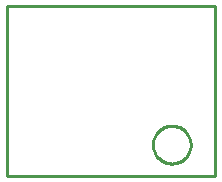
<source format=gko>
G04 EAGLE Gerber RS-274X export*
G75*
%MOMM*%
%FSLAX34Y34*%
%LPD*%
%INMechanical*%
%IPPOS*%
%AMOC8*
5,1,8,0,0,1.08239X$1,22.5*%
G01*
%ADD10C,0.000000*%
%ADD11C,0.254000*%


D10*
X0Y0D02*
X176330Y0D01*
X176330Y144020D01*
X0Y144020D01*
X0Y0D01*
X123700Y26670D02*
X123705Y27063D01*
X123719Y27455D01*
X123743Y27847D01*
X123777Y28238D01*
X123820Y28629D01*
X123873Y29018D01*
X123936Y29405D01*
X124007Y29791D01*
X124089Y30176D01*
X124179Y30558D01*
X124280Y30937D01*
X124389Y31315D01*
X124508Y31689D01*
X124635Y32060D01*
X124772Y32428D01*
X124918Y32793D01*
X125073Y33154D01*
X125236Y33511D01*
X125408Y33864D01*
X125589Y34212D01*
X125779Y34556D01*
X125976Y34896D01*
X126182Y35230D01*
X126396Y35559D01*
X126619Y35883D01*
X126849Y36201D01*
X127086Y36514D01*
X127332Y36820D01*
X127585Y37121D01*
X127845Y37415D01*
X128112Y37703D01*
X128386Y37984D01*
X128667Y38258D01*
X128955Y38525D01*
X129249Y38785D01*
X129550Y39038D01*
X129856Y39284D01*
X130169Y39521D01*
X130487Y39751D01*
X130811Y39974D01*
X131140Y40188D01*
X131474Y40394D01*
X131814Y40591D01*
X132158Y40781D01*
X132506Y40962D01*
X132859Y41134D01*
X133216Y41297D01*
X133577Y41452D01*
X133942Y41598D01*
X134310Y41735D01*
X134681Y41862D01*
X135055Y41981D01*
X135433Y42090D01*
X135812Y42191D01*
X136194Y42281D01*
X136579Y42363D01*
X136965Y42434D01*
X137352Y42497D01*
X137741Y42550D01*
X138132Y42593D01*
X138523Y42627D01*
X138915Y42651D01*
X139307Y42665D01*
X139700Y42670D01*
X140093Y42665D01*
X140485Y42651D01*
X140877Y42627D01*
X141268Y42593D01*
X141659Y42550D01*
X142048Y42497D01*
X142435Y42434D01*
X142821Y42363D01*
X143206Y42281D01*
X143588Y42191D01*
X143967Y42090D01*
X144345Y41981D01*
X144719Y41862D01*
X145090Y41735D01*
X145458Y41598D01*
X145823Y41452D01*
X146184Y41297D01*
X146541Y41134D01*
X146894Y40962D01*
X147242Y40781D01*
X147586Y40591D01*
X147926Y40394D01*
X148260Y40188D01*
X148589Y39974D01*
X148913Y39751D01*
X149231Y39521D01*
X149544Y39284D01*
X149850Y39038D01*
X150151Y38785D01*
X150445Y38525D01*
X150733Y38258D01*
X151014Y37984D01*
X151288Y37703D01*
X151555Y37415D01*
X151815Y37121D01*
X152068Y36820D01*
X152314Y36514D01*
X152551Y36201D01*
X152781Y35883D01*
X153004Y35559D01*
X153218Y35230D01*
X153424Y34896D01*
X153621Y34556D01*
X153811Y34212D01*
X153992Y33864D01*
X154164Y33511D01*
X154327Y33154D01*
X154482Y32793D01*
X154628Y32428D01*
X154765Y32060D01*
X154892Y31689D01*
X155011Y31315D01*
X155120Y30937D01*
X155221Y30558D01*
X155311Y30176D01*
X155393Y29791D01*
X155464Y29405D01*
X155527Y29018D01*
X155580Y28629D01*
X155623Y28238D01*
X155657Y27847D01*
X155681Y27455D01*
X155695Y27063D01*
X155700Y26670D01*
X155695Y26277D01*
X155681Y25885D01*
X155657Y25493D01*
X155623Y25102D01*
X155580Y24711D01*
X155527Y24322D01*
X155464Y23935D01*
X155393Y23549D01*
X155311Y23164D01*
X155221Y22782D01*
X155120Y22403D01*
X155011Y22025D01*
X154892Y21651D01*
X154765Y21280D01*
X154628Y20912D01*
X154482Y20547D01*
X154327Y20186D01*
X154164Y19829D01*
X153992Y19476D01*
X153811Y19128D01*
X153621Y18784D01*
X153424Y18444D01*
X153218Y18110D01*
X153004Y17781D01*
X152781Y17457D01*
X152551Y17139D01*
X152314Y16826D01*
X152068Y16520D01*
X151815Y16219D01*
X151555Y15925D01*
X151288Y15637D01*
X151014Y15356D01*
X150733Y15082D01*
X150445Y14815D01*
X150151Y14555D01*
X149850Y14302D01*
X149544Y14056D01*
X149231Y13819D01*
X148913Y13589D01*
X148589Y13366D01*
X148260Y13152D01*
X147926Y12946D01*
X147586Y12749D01*
X147242Y12559D01*
X146894Y12378D01*
X146541Y12206D01*
X146184Y12043D01*
X145823Y11888D01*
X145458Y11742D01*
X145090Y11605D01*
X144719Y11478D01*
X144345Y11359D01*
X143967Y11250D01*
X143588Y11149D01*
X143206Y11059D01*
X142821Y10977D01*
X142435Y10906D01*
X142048Y10843D01*
X141659Y10790D01*
X141268Y10747D01*
X140877Y10713D01*
X140485Y10689D01*
X140093Y10675D01*
X139700Y10670D01*
X139307Y10675D01*
X138915Y10689D01*
X138523Y10713D01*
X138132Y10747D01*
X137741Y10790D01*
X137352Y10843D01*
X136965Y10906D01*
X136579Y10977D01*
X136194Y11059D01*
X135812Y11149D01*
X135433Y11250D01*
X135055Y11359D01*
X134681Y11478D01*
X134310Y11605D01*
X133942Y11742D01*
X133577Y11888D01*
X133216Y12043D01*
X132859Y12206D01*
X132506Y12378D01*
X132158Y12559D01*
X131814Y12749D01*
X131474Y12946D01*
X131140Y13152D01*
X130811Y13366D01*
X130487Y13589D01*
X130169Y13819D01*
X129856Y14056D01*
X129550Y14302D01*
X129249Y14555D01*
X128955Y14815D01*
X128667Y15082D01*
X128386Y15356D01*
X128112Y15637D01*
X127845Y15925D01*
X127585Y16219D01*
X127332Y16520D01*
X127086Y16826D01*
X126849Y17139D01*
X126619Y17457D01*
X126396Y17781D01*
X126182Y18110D01*
X125976Y18444D01*
X125779Y18784D01*
X125589Y19128D01*
X125408Y19476D01*
X125236Y19829D01*
X125073Y20186D01*
X124918Y20547D01*
X124772Y20912D01*
X124635Y21280D01*
X124508Y21651D01*
X124389Y22025D01*
X124280Y22403D01*
X124179Y22782D01*
X124089Y23164D01*
X124007Y23549D01*
X123936Y23935D01*
X123873Y24322D01*
X123820Y24711D01*
X123777Y25102D01*
X123743Y25493D01*
X123719Y25885D01*
X123705Y26277D01*
X123700Y26670D01*
D11*
X0Y0D02*
X176330Y0D01*
X176330Y144020D01*
X0Y144020D01*
X0Y0D01*
X155700Y26146D02*
X155632Y25101D01*
X155495Y24062D01*
X155290Y23035D01*
X155019Y22023D01*
X154683Y21031D01*
X154282Y20063D01*
X153818Y19124D01*
X153295Y18216D01*
X152713Y17345D01*
X152075Y16514D01*
X151384Y15727D01*
X150643Y14986D01*
X149856Y14295D01*
X149025Y13658D01*
X148154Y13076D01*
X147246Y12552D01*
X146307Y12088D01*
X145339Y11687D01*
X144347Y11351D01*
X143335Y11080D01*
X142308Y10875D01*
X141269Y10739D01*
X140224Y10670D01*
X139176Y10670D01*
X138131Y10739D01*
X137092Y10875D01*
X136065Y11080D01*
X135053Y11351D01*
X134061Y11687D01*
X133093Y12088D01*
X132154Y12552D01*
X131246Y13076D01*
X130375Y13658D01*
X129544Y14295D01*
X128757Y14986D01*
X128016Y15727D01*
X127325Y16514D01*
X126688Y17345D01*
X126106Y18216D01*
X125582Y19124D01*
X125118Y20063D01*
X124717Y21031D01*
X124381Y22023D01*
X124110Y23035D01*
X123905Y24062D01*
X123769Y25101D01*
X123700Y26146D01*
X123700Y27194D01*
X123769Y28239D01*
X123905Y29278D01*
X124110Y30305D01*
X124381Y31317D01*
X124717Y32309D01*
X125118Y33277D01*
X125582Y34216D01*
X126106Y35124D01*
X126688Y35995D01*
X127325Y36826D01*
X128016Y37613D01*
X128757Y38354D01*
X129544Y39045D01*
X130375Y39683D01*
X131246Y40265D01*
X132154Y40788D01*
X133093Y41252D01*
X134061Y41653D01*
X135053Y41989D01*
X136065Y42260D01*
X137092Y42465D01*
X138131Y42602D01*
X139176Y42670D01*
X140224Y42670D01*
X141269Y42602D01*
X142308Y42465D01*
X143335Y42260D01*
X144347Y41989D01*
X145339Y41653D01*
X146307Y41252D01*
X147246Y40788D01*
X148154Y40265D01*
X149025Y39683D01*
X149856Y39045D01*
X150643Y38354D01*
X151384Y37613D01*
X152075Y36826D01*
X152713Y35995D01*
X153295Y35124D01*
X153818Y34216D01*
X154282Y33277D01*
X154683Y32309D01*
X155019Y31317D01*
X155290Y30305D01*
X155495Y29278D01*
X155632Y28239D01*
X155700Y27194D01*
X155700Y26146D01*
M02*

</source>
